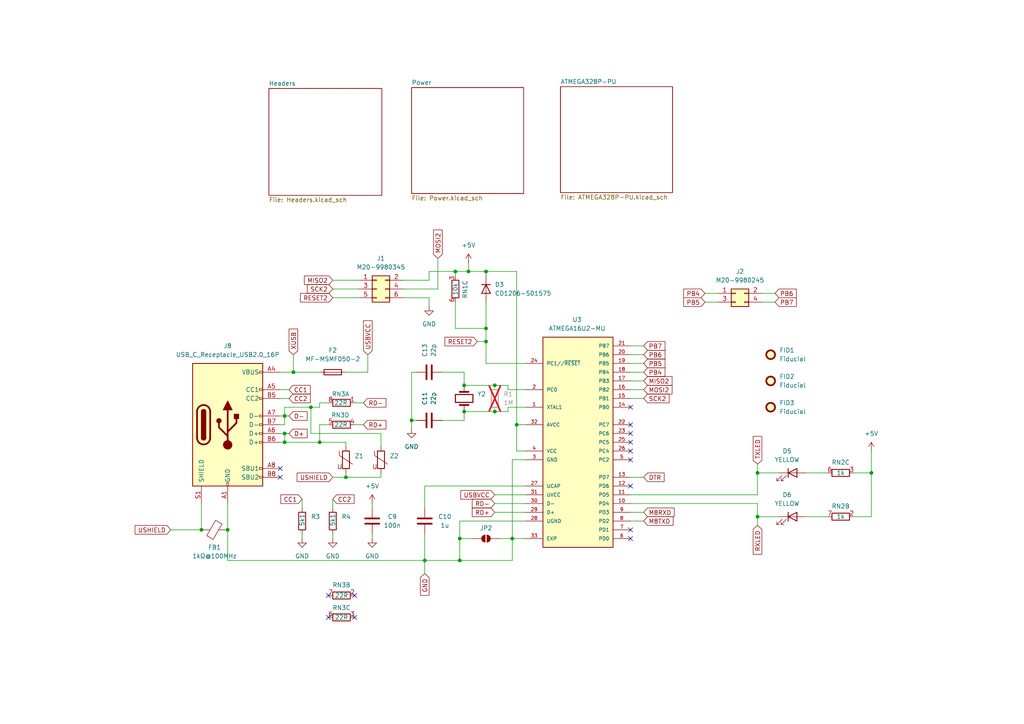
<source format=kicad_sch>
(kicad_sch (version 20231120) (generator "eeschema") (generator_version "8.0")
  (paper "A4")
  (title_block (title "Arduino UNO (Type-C)") (date "2024-04-27") (rev "1") (company "Carlos Sabogal"))
  (lib_symbols
    (symbol "Arduino UNO:ATMEGA16U2-MU" (pin_names (offset 1.016))
      (property "Reference" "U" (at -0.0097 62.0087 0))
      (property "Value" "ATMEGA16U2-MU" (at 0 -2.286 0))
      (symbol "ATMEGA16U2-MU_0_0"
        (rectangle (start 0 60.96) (end 20.32 0) (stroke (width 0.254)) (fill (type background)))
        (pin input line (at -5.08 40.64 0) (length 5.08) (name "XTAL1") (number "1"))
        (pin bidirectional line (at 25.4 12.7 180) (length 5.08) (name "PD4") (number "10"))
        (pin bidirectional line (at 25.4 15.24 180) (length 5.08) (name "PD5") (number "11"))
        (pin bidirectional line (at 25.4 17.78 180) (length 5.08) (name "PD6") (number "12"))
        (pin bidirectional line (at 25.4 20.32 180) (length 5.08) (name "PD7") (number "13"))
        (pin bidirectional line (at 25.4 40.64 180) (length 5.08) (name "PB0") (number "14"))
        (pin bidirectional line (at 25.4 43.18 180) (length 5.08) (name "PB1") (number "15"))
        (pin bidirectional line (at 25.4 45.72 180) (length 5.08) (name "PB2") (number "16"))
        (pin bidirectional line (at 25.4 48.26 180) (length 5.08) (name "PB3") (number "17"))
        (pin bidirectional line (at 25.4 50.8 180) (length 5.08) (name "PB4") (number "18"))
        (pin bidirectional line (at 25.4 53.34 180) (length 5.08) (name "PB5") (number "19"))
        (pin bidirectional line (at -5.08 45.72 0) (length 5.08) (name "PC0") (number "2"))
        (pin bidirectional line (at 25.4 55.88 180) (length 5.08) (name "PB6") (number "20"))
        (pin bidirectional line (at 25.4 58.42 180) (length 5.08) (name "PB7") (number "21"))
        (pin bidirectional line (at 25.4 35.56 180) (length 5.08) (name "PC7") (number "22"))
        (pin bidirectional line (at 25.4 33.02 180) (length 5.08) (name "PC6") (number "23"))
        (pin bidirectional line (at -5.08 53.34 0) (length 5.08) (name "PC1//~{RESET}") (number "24"))
        (pin bidirectional line (at 25.4 30.48 180) (length 5.08) (name "PC5") (number "25"))
        (pin bidirectional line (at 25.4 27.94 180) (length 5.08) (name "PC4") (number "26"))
        (pin output line (at -5.08 17.78 0) (length 5.08) (name "UCAP") (number "27"))
        (pin power_in line (at -5.08 7.62 0) (length 5.08) (name "UGND") (number "28"))
        (pin bidirectional line (at -5.08 10.16 0) (length 5.08) (name "D+") (number "29"))
        (pin power_in line (at -5.08 25.4 0) (length 5.08) (name "GND") (number "3"))
        (pin bidirectional line (at -5.08 12.7 0) (length 5.08) (name "D-") (number "30"))
        (pin power_in line (at -5.08 15.24 0) (length 5.08) (name "UVCC") (number "31"))
        (pin power_in line (at -5.08 35.56 0) (length 5.08) (name "AVCC") (number "32"))
        (pin power_in line (at -5.08 2.54 0) (length 5.08) (name "EXP") (number "33"))
        (pin power_in line (at -5.08 27.94 0) (length 5.08) (name "VCC") (number "4"))
        (pin bidirectional line (at 25.4 25.4 180) (length 5.08) (name "PC2") (number "5"))
        (pin bidirectional line (at 25.4 2.54 180) (length 5.08) (name "PD0") (number "6"))
        (pin bidirectional line (at 25.4 5.08 180) (length 5.08) (name "PD1") (number "7"))
        (pin bidirectional line (at 25.4 7.62 180) (length 5.08) (name "PD2") (number "8"))
        (pin bidirectional line (at 25.4 10.16 180) (length 5.08) (name "PD3") (number "9"))
      )
    )
    (symbol "Connector:USB_C_Receptacle_USB2.0_16P" (pin_names (offset 1.016))
      (property "Reference" "J" (at 0 22.225 0))
      (property "Value" "USB_C_Receptacle_USB2.0_16P" (at 0 19.685 0))
      (symbol "USB_C_Receptacle_USB2.0_16P_0_0"
        (rectangle (start -0.254 -17.78) (end 0.254 -16.764))
        (rectangle (start 10.16 -14.986) (end 9.144 -15.494))
        (rectangle (start 10.16 -12.446) (end 9.144 -12.954))
        (rectangle (start 10.16 -4.826) (end 9.144 -5.334))
        (rectangle (start 10.16 -2.286) (end 9.144 -2.794))
        (rectangle (start 10.16 0.254) (end 9.144 -0.254))
        (rectangle (start 10.16 2.794) (end 9.144 2.286))
        (rectangle (start 10.16 7.874) (end 9.144 7.366))
        (rectangle (start 10.16 10.414) (end 9.144 9.906))
        (rectangle (start 10.16 15.494) (end 9.144 14.986))
      )
      (symbol "USB_C_Receptacle_USB2.0_16P_0_1"
        (rectangle (start -10.16 17.78) (end 10.16 -17.78) (stroke (width 0.254)) (fill (type background)))
        (arc (start -8.89 -3.81) (mid -6.985 -5.7067) (end -5.08 -3.81) (stroke (width 0.508)))
        (arc (start -7.62 -3.81) (mid -6.985 -4.4423) (end -6.35 -3.81) (stroke (width 0.254)))
        (arc (start -7.62 -3.81) (mid -6.985 -4.4423) (end -6.35 -3.81) (stroke (width 0.254)) (fill (type outline)))
        (rectangle (start -7.62 -3.81) (end -6.35 3.81) (stroke (width 0.254)) (fill (type outline)))
        (arc (start -6.35 3.81) (mid -6.985 4.4423) (end -7.62 3.81) (stroke (width 0.254)))
        (arc (start -6.35 3.81) (mid -6.985 4.4423) (end -7.62 3.81) (stroke (width 0.254)) (fill (type outline)))
        (arc (start -5.08 3.81) (mid -6.985 5.7067) (end -8.89 3.81) (stroke (width 0.508)))
        (circle (center -2.54 1.143) (radius 0.635) (stroke (width 0.254)) (fill (type outline)))
        (circle (center 0 -5.842) (radius 1.27) (fill (type outline)))
        (polyline (pts (xy -8.89 -3.81) (xy -8.89 3.81)) (stroke (width 0.508)))
        (polyline (pts (xy -5.08 3.81) (xy -5.08 -3.81)) (stroke (width 0.508)))
        (polyline (pts (xy 0 -5.842) (xy 0 4.318)) (stroke (width 0.508)))
        (polyline (pts (xy 0 -3.302) (xy -2.54 -0.762) (xy -2.54 0.508)) (stroke (width 0.508)))
        (polyline (pts (xy 0 -2.032) (xy 2.54 0.508) (xy 2.54 1.778)) (stroke (width 0.508)))
        (polyline (pts (xy -1.27 4.318) (xy 0 6.858) (xy 1.27 4.318) (xy -1.27 4.318)) (stroke (width 0.254)) (fill (type outline)))
        (rectangle (start 1.905 1.778) (end 3.175 3.048) (stroke (width 0.254)) (fill (type outline)))
      )
      (symbol "USB_C_Receptacle_USB2.0_16P_1_1"
        (pin passive line (at 0 -22.86 90) (length 5.08) (name "GND") (number "A1"))
        (pin passive line (at 0 -22.86 90) (length 5.08) hide (name "GND") (number "A12"))
        (pin passive line (at 15.24 15.24 180) (length 5.08) (name "VBUS") (number "A4"))
        (pin bidirectional line (at 15.24 10.16 180) (length 5.08) (name "CC1") (number "A5"))
        (pin bidirectional line (at 15.24 -2.54 180) (length 5.08) (name "D+") (number "A6"))
        (pin bidirectional line (at 15.24 2.54 180) (length 5.08) (name "D-") (number "A7"))
        (pin bidirectional line (at 15.24 -12.7 180) (length 5.08) (name "SBU1") (number "A8"))
        (pin passive line (at 15.24 15.24 180) (length 5.08) hide (name "VBUS") (number "A9"))
        (pin passive line (at 0 -22.86 90) (length 5.08) hide (name "GND") (number "B1"))
        (pin passive line (at 0 -22.86 90) (length 5.08) hide (name "GND") (number "B12"))
        (pin passive line (at 15.24 15.24 180) (length 5.08) hide (name "VBUS") (number "B4"))
        (pin bidirectional line (at 15.24 7.62 180) (length 5.08) (name "CC2") (number "B5"))
        (pin bidirectional line (at 15.24 -5.08 180) (length 5.08) (name "D+") (number "B6"))
        (pin bidirectional line (at 15.24 0 180) (length 5.08) (name "D-") (number "B7"))
        (pin bidirectional line (at 15.24 -15.24 180) (length 5.08) (name "SBU2") (number "B8"))
        (pin passive line (at 15.24 15.24 180) (length 5.08) hide (name "VBUS") (number "B9"))
        (pin passive line (at -7.62 -22.86 90) (length 5.08) (name "SHIELD") (number "S1"))
      )
    )
    (symbol "Connector_Generic:Conn_02x02_Odd_Even" (pin_names (offset 1.016) hide)
      (property "Reference" "J" (at 1.27 2.54 0))
      (property "Value" "Conn_02x02_Odd_Even" (at 1.27 -5.08 0))
      (symbol "Conn_02x02_Odd_Even_1_1"
        (rectangle (start -1.27 -2.413) (end 0 -2.667) (stroke (width 0.1524)))
        (rectangle (start -1.27 0.127) (end 0 -0.127) (stroke (width 0.1524)))
        (rectangle (start -1.27 1.27) (end 3.81 -3.81) (stroke (width 0.254)) (fill (type background)))
        (rectangle (start 3.81 -2.413) (end 2.54 -2.667) (stroke (width 0.1524)))
        (rectangle (start 3.81 0.127) (end 2.54 -0.127) (stroke (width 0.1524)))
        (pin passive line (at -5.08 0 0) (length 3.81) (name "Pin_1") (number "1"))
        (pin passive line (at 7.62 0 180) (length 3.81) (name "Pin_2") (number "2"))
        (pin passive line (at -5.08 -2.54 0) (length 3.81) (name "Pin_3") (number "3"))
        (pin passive line (at 7.62 -2.54 180) (length 3.81) (name "Pin_4") (number "4"))
      )
    )
    (symbol "Connector_Generic:Conn_02x03_Odd_Even" (pin_names (offset 1.016) hide)
      (property "Reference" "J" (at 1.27 5.08 0))
      (property "Value" "Conn_02x03_Odd_Even" (at 1.27 -5.08 0))
      (symbol "Conn_02x03_Odd_Even_1_1"
        (rectangle (start -1.27 -2.413) (end 0 -2.667) (stroke (width 0.1524)))
        (rectangle (start -1.27 0.127) (end 0 -0.127) (stroke (width 0.1524)))
        (rectangle (start -1.27 2.667) (end 0 2.413) (stroke (width 0.1524)))
        (rectangle (start -1.27 3.81) (end 3.81 -3.81) (stroke (width 0.254)) (fill (type background)))
        (rectangle (start 3.81 -2.413) (end 2.54 -2.667) (stroke (width 0.1524)))
        (rectangle (start 3.81 0.127) (end 2.54 -0.127) (stroke (width 0.1524)))
        (rectangle (start 3.81 2.667) (end 2.54 2.413) (stroke (width 0.1524)))
        (pin passive line (at -5.08 2.54 0) (length 3.81) (name "Pin_1") (number "1"))
        (pin passive line (at 7.62 2.54 180) (length 3.81) (name "Pin_2") (number "2"))
        (pin passive line (at -5.08 0 0) (length 3.81) (name "Pin_3") (number "3"))
        (pin passive line (at 7.62 0 180) (length 3.81) (name "Pin_4") (number "4"))
        (pin passive line (at -5.08 -2.54 0) (length 3.81) (name "Pin_5") (number "5"))
        (pin passive line (at 7.62 -2.54 180) (length 3.81) (name "Pin_6") (number "6"))
      )
    )
    (symbol "Device:C" (pin_numbers hide) (pin_names (offset 0.254))
      (property "Reference" "C" (at 0.635 2.54 0))
      (property "Value" "C" (at 0.635 -2.54 0))
      (symbol "C_0_1"
        (polyline (pts (xy -2.032 -0.762) (xy 2.032 -0.762)) (stroke (width 0.508)))
        (polyline (pts (xy -2.032 0.762) (xy 2.032 0.762)) (stroke (width 0.508)))
      )
      (symbol "C_1_1"
        (pin passive line (at 0 3.81 270) (length 2.794) (name "~") (number "1"))
        (pin passive line (at 0 -3.81 90) (length 2.794) (name "~") (number "2"))
      )
    )
    (symbol "Device:Crystal" (pin_numbers hide) (pin_names (offset 1.016) hide)
      (property "Reference" "Y" (at 0 3.81 0))
      (property "Value" "Crystal" (at 0 -3.81 0))
      (symbol "Crystal_0_1"
        (rectangle (start -1.143 2.54) (end 1.143 -2.54) (stroke (width 0.3048)))
        (polyline (pts (xy -2.54 0) (xy -1.905 0)))
        (polyline (pts (xy -1.905 -1.27) (xy -1.905 1.27)) (stroke (width 0.508)))
        (polyline (pts (xy 1.905 -1.27) (xy 1.905 1.27)) (stroke (width 0.508)))
        (polyline (pts (xy 2.54 0) (xy 1.905 0)))
      )
      (symbol "Crystal_1_1"
        (pin passive line (at -3.81 0 0) (length 1.27) (name "1") (number "1"))
        (pin passive line (at 3.81 0 180) (length 1.27) (name "2") (number "2"))
      )
    )
    (symbol "Device:D" (pin_numbers hide) (pin_names (offset 1.016) hide)
      (property "Reference" "D" (at 0 2.54 0))
      (property "Value" "D" (at 0 -2.54 0))
      (symbol "D_0_1"
        (polyline (pts (xy -1.27 1.27) (xy -1.27 -1.27)) (stroke (width 0.254)))
        (polyline (pts (xy 1.27 0) (xy -1.27 0)))
        (polyline (pts (xy 1.27 1.27) (xy 1.27 -1.27) (xy -1.27 0) (xy 1.27 1.27)) (stroke (width 0.254)))
      )
      (symbol "D_1_1"
        (pin passive line (at -3.81 0 0) (length 2.54) (name "K") (number "1"))
        (pin passive line (at 3.81 0 180) (length 2.54) (name "A") (number "2"))
      )
    )
    (symbol "Device:FerriteBead" (pin_numbers hide) (pin_names (offset 0))
      (property "Reference" "FB" (at -3.81 0.635 90))
      (property "Value" "FerriteBead" (at 3.81 0 90))
      (symbol "FerriteBead_0_1"
        (polyline (pts (xy 0 -1.27) (xy 0 -1.2192)))
        (polyline (pts (xy 0 1.27) (xy 0 1.2954)))
        (polyline (pts (xy -2.7686 0.4064) (xy -1.7018 2.2606) (xy 2.7686 -0.3048) (xy 1.6764 -2.159) (xy -2.7686 0.4064)))
      )
      (symbol "FerriteBead_1_1"
        (pin passive line (at 0 3.81 270) (length 2.54) (name "~") (number "1"))
        (pin passive line (at 0 -3.81 90) (length 2.54) (name "~") (number "2"))
      )
    )
    (symbol "Device:Fuse" (pin_numbers hide) (pin_names (offset 0))
      (property "Reference" "F" (at 2.032 0 90))
      (property "Value" "Fuse" (at -1.905 0 90))
      (symbol "Fuse_0_1"
        (rectangle (start -0.762 -2.54) (end 0.762 2.54) (stroke (width 0.254)))
        (polyline (pts (xy 0 2.54) (xy 0 -2.54)))
      )
      (symbol "Fuse_1_1"
        (pin passive line (at 0 3.81 270) (length 1.27) (name "~") (number "1"))
        (pin passive line (at 0 -3.81 90) (length 1.27) (name "~") (number "2"))
      )
    )
    (symbol "Device:LED" (pin_numbers hide) (pin_names (offset 1.016) hide)
      (property "Reference" "D" (at 0 2.54 0))
      (property "Value" "LED" (at 0 -2.54 0))
      (symbol "LED_0_1"
        (polyline (pts (xy -1.27 -1.27) (xy -1.27 1.27)) (stroke (width 0.254)))
        (polyline (pts (xy -1.27 0) (xy 1.27 0)))
        (polyline (pts (xy 1.27 -1.27) (xy 1.27 1.27) (xy -1.27 0) (xy 1.27 -1.27)) (stroke (width 0.254)))
        (polyline (pts (xy -3.048 -0.762) (xy -4.572 -2.286) (xy -3.81 -2.286) (xy -4.572 -2.286) (xy -4.572 -1.524)))
        (polyline (pts (xy -1.778 -0.762) (xy -3.302 -2.286) (xy -2.54 -2.286) (xy -3.302 -2.286) (xy -3.302 -1.524)))
      )
      (symbol "LED_1_1"
        (pin passive line (at -3.81 0 0) (length 2.54) (name "K") (number "1"))
        (pin passive line (at 3.81 0 180) (length 2.54) (name "A") (number "2"))
      )
    )
    (symbol "Device:R" (pin_numbers hide) (pin_names (offset 0))
      (property "Reference" "R" (at 2.032 0 90))
      (property "Value" "R" (at 0 0 90))
      (symbol "R_0_1"
        (rectangle (start -1.016 -2.54) (end 1.016 2.54) (stroke (width 0.254)))
      )
      (symbol "R_1_1"
        (pin passive line (at 0 3.81 270) (length 1.27) (name "~") (number "1"))
        (pin passive line (at 0 -3.81 90) (length 1.27) (name "~") (number "2"))
      )
    )
    (symbol "Device:R_Pack04_Split" (pin_names (offset 0) hide)
      (property "Reference" "RN" (at 2.032 0 90))
      (property "Value" "R_Pack04_Split" (at 0 0 90))
      (symbol "R_Pack04_Split_0_1"
        (rectangle (start 1.016 2.54) (end -1.016 -2.54) (stroke (width 0.254)))
      )
      (symbol "R_Pack04_Split_1_1"
        (pin passive line (at 0 -3.81 90) (length 1.27) (name "R1.1") (number "1"))
        (pin passive line (at 0 3.81 270) (length 1.27) (name "R1.2") (number "8"))
      )
      (symbol "R_Pack04_Split_2_1"
        (pin passive line (at 0 -3.81 90) (length 1.27) (name "R2.1") (number "2"))
        (pin passive line (at 0 3.81 270) (length 1.27) (name "R2.2") (number "7"))
      )
      (symbol "R_Pack04_Split_3_1"
        (pin passive line (at 0 -3.81 90) (length 1.27) (name "R3.1") (number "3"))
        (pin passive line (at 0 3.81 270) (length 1.27) (name "R3.2") (number "6"))
      )
      (symbol "R_Pack04_Split_4_1"
        (pin passive line (at 0 -3.81 90) (length 1.27) (name "R4.1") (number "4"))
        (pin passive line (at 0 3.81 270) (length 1.27) (name "R4.2") (number "5"))
      )
    )
    (symbol "Device:Varistor" (pin_numbers hide) (pin_names (offset 0))
      (property "Reference" "RV" (at 3.175 0 90))
      (property "Value" "Varistor" (at -3.175 0 90))
      (symbol "Varistor_0_0"
        (text "U" (at -1.778 -2.032 0) (effects (font (size 1.27 1.27))))
      )
      (symbol "Varistor_0_1"
        (rectangle (start -1.016 -2.54) (end 1.016 2.54) (stroke (width 0.254)))
        (polyline (pts (xy -1.905 2.54) (xy -1.905 1.27) (xy 1.905 -1.27)))
      )
      (symbol "Varistor_1_1"
        (pin passive line (at 0 3.81 270) (length 1.27) (name "~") (number "1"))
        (pin passive line (at 0 -3.81 90) (length 1.27) (name "~") (number "2"))
      )
    )
    (symbol "Jumper:SolderJumper_2_Open" (pin_numbers hide) (pin_names (offset 0) hide) (exclude_from_sim yes) (in_bom no)
      (property "Reference" "JP" (at 0 2.032 0))
      (property "Value" "SolderJumper_2_Open" (at 0 -2.54 0))
      (symbol "SolderJumper_2_Open_0_1"
        (arc (start -0.254 1.016) (mid -1.2656 0) (end -0.254 -1.016))
        (arc (start -0.254 1.016) (mid -1.2656 0) (end -0.254 -1.016) (fill (type outline)))
        (polyline (pts (xy -0.254 1.016) (xy -0.254 -1.016)))
        (polyline (pts (xy 0.254 1.016) (xy 0.254 -1.016)))
        (arc (start 0.254 -1.016) (mid 1.2656 0) (end 0.254 1.016))
        (arc (start 0.254 -1.016) (mid 1.2656 0) (end 0.254 1.016) (fill (type outline)))
      )
      (symbol "SolderJumper_2_Open_1_1"
        (pin passive line (at -3.81 0 0) (length 2.54) (name "A") (number "1"))
        (pin passive line (at 3.81 0 180) (length 2.54) (name "B") (number "2"))
      )
    )
    (symbol "Mechanical:Fiducial" (exclude_from_sim yes) (in_bom no)
      (property "Reference" "FID" (at 0 5.08 0))
      (property "Value" "Fiducial" (at 0 3.175 0))
      (symbol "Fiducial_0_1"
        (circle (center 0 0) (radius 1.27) (stroke (width 0.508)) (fill (type background)))
      )
    )
    (symbol "power:+5V" (power) (pin_numbers hide) (pin_names (offset 0) hide)
      (property "Value" "+5V" (at 0 3.556 0))
      (symbol "+5V_0_1"
        (polyline (pts (xy -0.762 1.27) (xy 0 2.54)))
        (polyline (pts (xy 0 0) (xy 0 2.54)))
        (polyline (pts (xy 0 2.54) (xy 0.762 1.27)))
      )
      (symbol "+5V_1_1"
        (pin power_in line (at 0 0 90) (length 0) (name "~") (number "1"))
      )
    )
    (symbol "power:GND" (power) (pin_numbers hide) (pin_names (offset 0) hide)
      (property "Value" "GND" (at 0 -3.81 0))
      (symbol "GND_0_1"
        (polyline (pts (xy 0 0) (xy 0 -1.27) (xy 1.27 -1.27) (xy 0 -2.54) (xy -1.27 -1.27) (xy 0 -1.27)))
      )
      (symbol "GND_1_1"
        (pin power_in line (at 0 0 270) (length 0) (name "~") (number "1"))
      )
    )
  )
  (junction (at 219.71 137.16))
  (junction (at 66.04 153.67))
  (junction (at 85.09 107.95))
  (junction (at 143.51 111.76))
  (junction (at 92.71 128.27))
  (junction (at 140.97 78.74))
  (junction (at 143.51 119.38))
  (junction (at 123.19 162.56))
  (junction (at 140.97 95.25))
  (junction (at 82.55 128.27))
  (junction (at 252.73 137.16))
  (junction (at 82.55 125.73))
  (junction (at 134.62 111.76))
  (junction (at 90.17 118.11))
  (junction (at 148.59 156.21))
  (junction (at 58.42 153.67))
  (junction (at 149.86 123.19))
  (junction (at 219.71 149.86))
  (junction (at 119.38 121.92))
  (junction (at 132.08 78.74))
  (junction (at 134.62 119.38))
  (junction (at 133.35 156.21))
  (junction (at 140.97 99.06))
  (junction (at 82.55 120.65))
  (junction (at 133.35 162.56))
  (junction (at 135.89 78.74))
  (junction (at 100.33 138.43))
  (no_connect (at 182.88 140.97))
  (no_connect (at 182.88 125.73))
  (no_connect (at 182.88 118.11))
  (no_connect (at 81.28 135.89))
  (no_connect (at 102.87 172.72))
  (no_connect (at 182.88 153.67))
  (no_connect (at 95.25 172.72))
  (no_connect (at 81.28 138.43))
  (no_connect (at 95.25 179.07))
  (no_connect (at 182.88 128.27))
  (no_connect (at 102.87 179.07))
  (no_connect (at 182.88 133.35))
  (no_connect (at 182.88 130.81))
  (no_connect (at 182.88 156.21))
  (no_connect (at 182.88 123.19))
  (wire (pts (xy 123.19 140.97) (xy 123.19 147.32)))
  (wire (pts (xy 95.25 123.19) (xy 92.71 123.19)))
  (wire (pts (xy 143.51 148.59) (xy 152.4 148.59)))
  (wire (pts (xy 134.62 111.76) (xy 143.51 111.76)))
  (wire (pts (xy 219.71 149.86) (xy 226.06 149.86)))
  (wire (pts (xy 133.35 156.21) (xy 137.16 156.21)))
  (wire (pts (xy 140.97 99.06) (xy 140.97 95.25)))
  (wire (pts (xy 149.86 123.19) (xy 149.86 130.81)))
  (wire (pts (xy 149.86 78.74) (xy 140.97 78.74)))
  (wire (pts (xy 186.69 107.95) (xy 182.88 107.95)))
  (wire (pts (xy 135.89 76.2) (xy 135.89 78.74)))
  (wire (pts (xy 132.08 80.01) (xy 132.08 78.74)))
  (wire (pts (xy 82.55 120.65) (xy 81.28 120.65)))
  (wire (pts (xy 119.38 107.95) (xy 120.65 107.95)))
  (wire (pts (xy 186.69 110.49) (xy 182.88 110.49)))
  (wire (pts (xy 100.33 137.16) (xy 100.33 138.43)))
  (wire (pts (xy 87.63 156.21) (xy 87.63 154.94)))
  (wire (pts (xy 81.28 123.19) (xy 82.55 123.19)))
  (wire (pts (xy 133.35 156.21) (xy 133.35 162.56)))
  (wire (pts (xy 92.71 118.11) (xy 90.17 118.11)))
  (wire (pts (xy 105.41 116.84) (xy 102.87 116.84)))
  (wire (pts (xy 186.69 115.57) (xy 182.88 115.57)))
  (wire (pts (xy 140.97 78.74) (xy 135.89 78.74)))
  (wire (pts (xy 224.79 87.63) (xy 220.98 87.63)))
  (wire (pts (xy 132.08 87.63) (xy 132.08 95.25)))
  (wire (pts (xy 110.49 138.43) (xy 110.49 137.16)))
  (wire (pts (xy 92.71 123.19) (xy 92.71 128.27)))
  (wire (pts (xy 82.55 123.19) (xy 82.55 120.65)))
  (wire (pts (xy 49.53 153.67) (xy 58.42 153.67)))
  (wire (pts (xy 124.46 86.36) (xy 124.46 88.9)))
  (wire (pts (xy 252.73 137.16) (xy 252.73 149.86)))
  (wire (pts (xy 252.73 130.81) (xy 252.73 137.16)))
  (wire (pts (xy 100.33 138.43) (xy 110.49 138.43)))
  (wire (pts (xy 110.49 129.54) (xy 110.49 125.73)))
  (wire (pts (xy 81.28 128.27) (xy 82.55 128.27)))
  (wire (pts (xy 82.55 128.27) (xy 82.55 125.73)))
  (wire (pts (xy 252.73 149.86) (xy 247.65 149.86)))
  (wire (pts (xy 148.59 156.21) (xy 152.4 156.21)))
  (wire (pts (xy 116.84 86.36) (xy 124.46 86.36)))
  (wire (pts (xy 149.86 123.19) (xy 152.4 123.19)))
  (wire (pts (xy 143.51 143.51) (xy 152.4 143.51)))
  (wire (pts (xy 92.71 116.84) (xy 95.25 116.84)))
  (wire (pts (xy 123.19 166.37) (xy 123.19 162.56)))
  (wire (pts (xy 90.17 118.11) (xy 82.55 118.11)))
  (wire (pts (xy 144.78 156.21) (xy 148.59 156.21)))
  (wire (pts (xy 105.41 123.19) (xy 102.87 123.19)))
  (wire (pts (xy 182.88 143.51) (xy 219.71 143.51)))
  (wire (pts (xy 123.19 162.56) (xy 123.19 154.94)))
  (wire (pts (xy 186.69 148.59) (xy 182.88 148.59)))
  (wire (pts (xy 133.35 151.13) (xy 133.35 156.21)))
  (wire (pts (xy 219.71 137.16) (xy 226.06 137.16)))
  (wire (pts (xy 116.84 81.28) (xy 124.46 81.28)))
  (wire (pts (xy 219.71 137.16) (xy 219.71 134.62)))
  (wire (pts (xy 82.55 118.11) (xy 82.55 120.65)))
  (wire (pts (xy 152.4 133.35) (xy 148.59 133.35)))
  (wire (pts (xy 85.09 107.95) (xy 81.28 107.95)))
  (wire (pts (xy 87.63 144.78) (xy 87.63 147.32)))
  (wire (pts (xy 134.62 119.38) (xy 143.51 119.38)))
  (wire (pts (xy 96.52 81.28) (xy 104.14 81.28)))
  (wire (pts (xy 233.68 137.16) (xy 240.03 137.16)))
  (wire (pts (xy 208.28 87.63) (xy 204.47 87.63)))
  (wire (pts (xy 152.4 151.13) (xy 133.35 151.13)))
  (wire (pts (xy 233.68 149.86) (xy 240.03 149.86)))
  (wire (pts (xy 143.51 146.05) (xy 152.4 146.05)))
  (wire (pts (xy 124.46 78.74) (xy 124.46 81.28)))
  (wire (pts (xy 182.88 146.05) (xy 219.71 146.05)))
  (wire (pts (xy 140.97 87.63) (xy 140.97 95.25)))
  (wire (pts (xy 96.52 144.78) (xy 96.52 147.32)))
  (wire (pts (xy 134.62 111.76) (xy 134.62 107.95)))
  (wire (pts (xy 132.08 95.25) (xy 140.97 95.25)))
  (wire (pts (xy 124.46 78.74) (xy 132.08 78.74)))
  (wire (pts (xy 96.52 138.43) (xy 100.33 138.43)))
  (wire (pts (xy 107.95 156.21) (xy 107.95 154.94)))
  (wire (pts (xy 96.52 156.21) (xy 96.52 154.94)))
  (wire (pts (xy 100.33 128.27) (xy 92.71 128.27)))
  (wire (pts (xy 219.71 143.51) (xy 219.71 137.16)))
  (wire (pts (xy 152.4 118.11) (xy 147.32 118.11)))
  (wire (pts (xy 186.69 100.33) (xy 182.88 100.33)))
  (wire (pts (xy 127 74.93) (xy 127 83.82)))
  (wire (pts (xy 83.82 120.65) (xy 82.55 120.65)))
  (wire (pts (xy 85.09 107.95) (xy 92.71 107.95)))
  (wire (pts (xy 140.97 105.41) (xy 140.97 99.06)))
  (wire (pts (xy 219.71 146.05) (xy 219.71 149.86)))
  (wire (pts (xy 66.04 162.56) (xy 123.19 162.56)))
  (wire (pts (xy 148.59 162.56) (xy 148.59 156.21)))
  (wire (pts (xy 96.52 86.36) (xy 104.14 86.36)))
  (wire (pts (xy 224.79 85.09) (xy 220.98 85.09)))
  (wire (pts (xy 148.59 133.35) (xy 148.59 156.21)))
  (wire (pts (xy 106.68 102.87) (xy 106.68 107.95)))
  (wire (pts (xy 186.69 138.43) (xy 182.88 138.43)))
  (wire (pts (xy 119.38 107.95) (xy 119.38 121.92)))
  (wire (pts (xy 134.62 107.95) (xy 128.27 107.95)))
  (wire (pts (xy 147.32 118.11) (xy 147.32 119.38)))
  (wire (pts (xy 85.09 102.87) (xy 85.09 107.95)))
  (wire (pts (xy 100.33 128.27) (xy 100.33 129.54)))
  (wire (pts (xy 90.17 125.73) (xy 110.49 125.73)))
  (wire (pts (xy 128.27 121.92) (xy 134.62 121.92)))
  (wire (pts (xy 152.4 105.41) (xy 140.97 105.41)))
  (wire (pts (xy 119.38 121.92) (xy 120.65 121.92)))
  (wire (pts (xy 92.71 128.27) (xy 82.55 128.27)))
  (wire (pts (xy 147.32 113.03) (xy 147.32 111.76)))
  (wire (pts (xy 140.97 80.01) (xy 140.97 78.74)))
  (wire (pts (xy 133.35 162.56) (xy 123.19 162.56)))
  (wire (pts (xy 66.04 146.05) (xy 66.04 153.67)))
  (wire (pts (xy 92.71 116.84) (xy 92.71 118.11)))
  (wire (pts (xy 90.17 125.73) (xy 90.17 118.11)))
  (wire (pts (xy 138.43 99.06) (xy 140.97 99.06)))
  (wire (pts (xy 134.62 121.92) (xy 134.62 119.38)))
  (wire (pts (xy 66.04 153.67) (xy 66.04 162.56)))
  (wire (pts (xy 100.33 107.95) (xy 106.68 107.95)))
  (wire (pts (xy 133.35 162.56) (xy 148.59 162.56)))
  (wire (pts (xy 219.71 149.86) (xy 219.71 152.4)))
  (wire (pts (xy 107.95 146.05) (xy 107.95 147.32)))
  (wire (pts (xy 186.69 113.03) (xy 182.88 113.03)))
  (wire (pts (xy 83.82 125.73) (xy 82.55 125.73)))
  (wire (pts (xy 135.89 78.74) (xy 132.08 78.74)))
  (wire (pts (xy 83.82 115.57) (xy 81.28 115.57)))
  (wire (pts (xy 58.42 146.05) (xy 58.42 153.67)))
  (wire (pts (xy 149.86 78.74) (xy 149.86 123.19)))
  (wire (pts (xy 119.38 124.46) (xy 119.38 121.92)))
  (wire (pts (xy 143.51 111.76) (xy 147.32 111.76)))
  (wire (pts (xy 247.65 137.16) (xy 252.73 137.16)))
  (wire (pts (xy 152.4 140.97) (xy 123.19 140.97)))
  (wire (pts (xy 116.84 83.82) (xy 127 83.82)))
  (wire (pts (xy 96.52 83.82) (xy 104.14 83.82)))
  (wire (pts (xy 82.55 125.73) (xy 81.28 125.73)))
  (wire (pts (xy 186.69 151.13) (xy 182.88 151.13)))
  (wire (pts (xy 83.82 113.03) (xy 81.28 113.03)))
  (wire (pts (xy 186.69 102.87) (xy 182.88 102.87)))
  (wire (pts (xy 149.86 130.81) (xy 152.4 130.81)))
  (wire (pts (xy 152.4 113.03) (xy 147.32 113.03)))
  (wire (pts (xy 204.47 85.09) (xy 208.28 85.09)))
  (wire (pts (xy 186.69 105.41) (xy 182.88 105.41)))
  (wire (pts (xy 143.51 119.38) (xy 147.32 119.38)))
  (global_label "TXLED" (shape input) (at 219.71 134.62 90) (property "Intersheetrefs" "${INTERSHEET_REFS}" (effects (hide yes))))
  (global_label "SCK2" (shape input) (at 186.69 115.57 0) (property "Intersheetrefs" "${INTERSHEET_REFS}" (effects (hide yes))))
  (global_label "RD+" (shape input) (at 143.51 148.59 180) (property "Intersheetrefs" "${INTERSHEET_REFS}" (effects (hide yes))))
  (global_label "RESET2" (shape input) (at 96.52 86.36 180) (property "Intersheetrefs" "${INTERSHEET_REFS}" (effects (hide yes))))
  (global_label "XUSB" (shape input) (at 85.09 102.87 90) (property "Intersheetrefs" "${INTERSHEET_REFS}" (effects (hide yes))))
  (global_label "D+" (shape input) (at 83.82 125.73 0) (property "Intersheetrefs" "${INTERSHEET_REFS}" (effects (hide yes))))
  (global_label "RESET2" (shape input) (at 138.43 99.06 180) (property "Intersheetrefs" "${INTERSHEET_REFS}" (effects (hide yes))))
  (global_label "USBVCC" (shape input) (at 106.68 102.87 90) (property "Intersheetrefs" "${INTERSHEET_REFS}" (effects (hide yes))))
  (global_label "USBVCC" (shape input) (at 143.51 143.51 180) (property "Intersheetrefs" "${INTERSHEET_REFS}" (effects (hide yes))))
  (global_label "RD-" (shape input) (at 143.51 146.05 180) (property "Intersheetrefs" "${INTERSHEET_REFS}" (effects (hide yes))))
  (global_label "RD-" (shape input) (at 105.41 116.84 0) (property "Intersheetrefs" "${INTERSHEET_REFS}" (effects (hide yes))))
  (global_label "MOSI2" (shape input) (at 186.69 113.03 0) (property "Intersheetrefs" "${INTERSHEET_REFS}" (effects (hide yes))))
  (global_label "MISO2" (shape input) (at 186.69 110.49 0) (property "Intersheetrefs" "${INTERSHEET_REFS}" (effects (hide yes))))
  (global_label "RD+" (shape input) (at 105.41 123.19 0) (property "Intersheetrefs" "${INTERSHEET_REFS}" (effects (hide yes))))
  (global_label "CC1" (shape input) (at 83.82 113.03 0) (property "Intersheetrefs" "${INTERSHEET_REFS}" (effects (hide yes))))
  (global_label "PB7" (shape input) (at 224.79 87.63 0) (property "Intersheetrefs" "${INTERSHEET_REFS}" (effects (hide yes))))
  (global_label "SCK2" (shape input) (at 96.52 83.82 180) (property "Intersheetrefs" "${INTERSHEET_REFS}" (effects (hide yes))))
  (global_label "RXLED" (shape input) (at 219.71 152.4 270) (property "Intersheetrefs" "${INTERSHEET_REFS}" (effects (hide yes))))
  (global_label "PB7" (shape input) (at 186.69 100.33 0) (property "Intersheetrefs" "${INTERSHEET_REFS}" (effects (hide yes))))
  (global_label "GND" (shape input) (at 123.19 166.37 270) (property "Intersheetrefs" "${INTERSHEET_REFS}" (effects (hide yes))))
  (global_label "USHIELD" (shape input) (at 49.53 153.67 180) (property "Intersheetrefs" "${INTERSHEET_REFS}" (effects (hide yes))))
  (global_label "USHIELD" (shape input) (at 96.52 138.43 180) (property "Intersheetrefs" "${INTERSHEET_REFS}" (effects (hide yes))))
  (global_label "CC1" (shape input) (at 87.63 144.78 180) (property "Intersheetrefs" "${INTERSHEET_REFS}" (effects (hide yes))))
  (global_label "PB4" (shape input) (at 186.69 107.95 0) (property "Intersheetrefs" "${INTERSHEET_REFS}" (effects (hide yes))))
  (global_label "M8RXD" (shape input) (at 186.69 148.59 0) (property "Intersheetrefs" "${INTERSHEET_REFS}" (effects (hide yes))))
  (global_label "M8TXD" (shape input) (at 186.69 151.13 0) (property "Intersheetrefs" "${INTERSHEET_REFS}" (effects (hide yes))))
  (global_label "PB6" (shape input) (at 224.79 85.09 0) (property "Intersheetrefs" "${INTERSHEET_REFS}" (effects (hide yes))))
  (global_label "PB6" (shape input) (at 186.69 102.87 0) (property "Intersheetrefs" "${INTERSHEET_REFS}" (effects (hide yes))))
  (global_label "D-" (shape input) (at 83.82 120.65 0) (property "Intersheetrefs" "${INTERSHEET_REFS}" (effects (hide yes))))
  (global_label "PB5" (shape input) (at 204.47 87.63 180) (property "Intersheetrefs" "${INTERSHEET_REFS}" (effects (hide yes))))
  (global_label "PB4" (shape input) (at 204.47 85.09 180) (property "Intersheetrefs" "${INTERSHEET_REFS}" (effects (hide yes))))
  (global_label "MOSI2" (shape input) (at 127 74.93 90) (property "Intersheetrefs" "${INTERSHEET_REFS}" (effects (hide yes))))
  (global_label "DTR" (shape input) (at 186.69 138.43 0) (property "Intersheetrefs" "${INTERSHEET_REFS}" (effects (hide yes))))
  (global_label "CC2" (shape input) (at 96.52 144.78 0) (property "Intersheetrefs" "${INTERSHEET_REFS}" (effects (hide yes))))
  (global_label "PB5" (shape input) (at 186.69 105.41 0) (property "Intersheetrefs" "${INTERSHEET_REFS}" (effects (hide yes))))
  (global_label "CC2" (shape input) (at 83.82 115.57 0) (property "Intersheetrefs" "${INTERSHEET_REFS}" (effects (hide yes))))
  (global_label "MISO2" (shape input) (at 96.52 81.28 180) (property "Intersheetrefs" "${INTERSHEET_REFS}" (effects (hide yes))))
  (symbol (lib_id "Connector:USB_C_Receptacle_USB2.0_16P") (at 66.04 123.19 0) (unit 1)
    (property "Reference" "J8" (at 66.04 100.33 0))
    (property "Value" "USB_C_Receptacle_USB2.0_16P" (at 66.04 102.87 0))
    (property "Footprint" "Connector_USB:USB_C_Receptacle_GCT_USB4105-xx-A_16P_TopMnt_Horizontal" (effects (hide yes)))
    (property "Datasheet" "https://www.usb.org/sites/default/files/documents/usb_type-c.zip" (effects (hide yes)))
    (property "Description" "USB 2.0-only 16P Type-C Receptacle connector" (effects (hide yes)))
  )
  (symbol (lib_id "power:+5V") (at 135.89 76.2 0) (unit 1)
    (property "Reference" "#PWR025" (effects (hide yes)))
    (property "Value" "+5V" (at 135.89 71.12 0))
    (property "Description" "Power symbol creates a global label with name \"+5V\"" (effects (hide yes)))
  )
  (symbol (lib_id "Mechanical:Fiducial") (at 223.52 118.11 0) (unit 1) (exclude_from_sim yes) (in_bom no)
    (property "Reference" "FID3" (at 226.06 116.8399 0) (effects (justify left)))
    (property "Value" "Fiducial" (at 226.06 119.3799 0) (effects (justify left)))
    (property "Footprint" "Fiducial:Fiducial_1mm_Mask3mm" (effects (hide yes)))
    (property "Description" "Fiducial Marker" (effects (hide yes)))
  )
  (symbol (lib_id "power:GND") (at 119.38 124.46 0) (unit 1)
    (property "Reference" "#PWR027" (effects (hide yes)))
    (property "Value" "GND" (at 119.38 129.54 0))
    (property "Description" "Power symbol creates a global label with name \"GND\" , ground" (effects (hide yes)))
  )
  (symbol (lib_id "Device:C") (at 124.46 107.95 270) (unit 1)
    (property "Reference" "C13" (at 123.19 101.6 0))
    (property "Value" "22p" (at 125.73 101.6 0))
    (property "Footprint" "Capacitor_SMD:C_0603_1608Metric" (effects (hide yes)))
    (property "Description" "Unpolarized capacitor" (effects (hide yes)))
  )
  (symbol (lib_id "power:GND") (at 107.95 156.21 0) (unit 1)
    (property "Reference" "#PWR018" (effects (hide yes)))
    (property "Value" "GND" (at 107.95 161.29 0))
    (property "Description" "Power symbol creates a global label with name \"GND\" , ground" (effects (hide yes)))
  )
  (symbol (lib_id "Device:R") (at 96.52 151.13 0) (unit 1)
    (property "Reference" "R4" (at 99.06 149.8599 0) (effects (justify left)))
    (property "Value" "5k1" (at 96.52 152.654 90) (effects (justify left)))
    (property "Footprint" "Resistor_SMD:R_0603_1608Metric" (effects (hide yes)))
    (property "Description" "Resistor" (effects (hide yes)))
  )
  (symbol (lib_id "Connector_Generic:Conn_02x03_Odd_Even") (at 109.22 83.82 0) (unit 1)
    (property "Reference" "J1" (at 110.49 74.93 0))
    (property "Value" "M20-9980345" (at 110.49 77.47 0))
    (property "Footprint" "Connector_PinHeader_2.54mm:PinHeader_2x03_P2.54mm_Vertical" (effects (hide yes)))
    (property "Description" "Generic connector, double row, 02x03, odd/even pin numbering scheme (row 1 odd numbers, row 2 even numbers), script generated (kicad-library-utils/schlib/autogen/connector/)" (effects (hide yes)))
  )
  (symbol (lib_id "Device:D") (at 140.97 83.82 270) (unit 1)
    (property "Reference" "D3" (at 143.51 82.5499 90) (effects (justify left)))
    (property "Value" "CD1206-S01575" (at 143.51 85.0899 90) (effects (justify left)))
    (property "Footprint" "Diode_SMD:D_1206_3216Metric" (effects (hide yes)))
    (property "Description" "Diode" (effects (hide yes)))
    (property "Sim.Device" "D" (effects (hide yes)))
    (property "Sim.Pins" "1=K 2=A" (effects (hide yes)))
  )
  (symbol (lib_id "Jumper:SolderJumper_2_Open") (at 140.97 156.21 180) (unit 1) (exclude_from_sim yes) (in_bom no)
    (property "Reference" "JP2" (at 140.97 153.162 0))
    (property "Value" "SolderJumper_2_Open" (effects (hide yes)))
    (property "Footprint" "Jumper:SolderJumper-2_P1.3mm_Open_Pad1.0x1.5mm" (effects (hide yes)))
    (property "Description" "Solder Jumper, 2-pole, open" (effects (hide yes)))
  )
  (symbol (lib_id "Device:R_Pack04_Split") (at 132.08 83.82 180) (unit 3)
    (property "Reference" "RN1" (at 134.874 81.28 90) (effects (justify left)))
    (property "Value" "10k" (at 132.08 82.042 90) (effects (justify left)))
    (property "Footprint" "Resistor_SMD:R_Array_Convex_4x0603" (effects (hide yes)))
    (property "Description" "4 resistor network, parallel topology, split" (effects (hide yes)))
  )
  (symbol (lib_id "Mechanical:Fiducial") (at 223.52 102.87 0) (unit 1) (exclude_from_sim yes) (in_bom no)
    (property "Reference" "FID1" (at 226.06 101.5999 0) (effects (justify left)))
    (property "Value" "Fiducial" (at 226.06 104.1399 0) (effects (justify left)))
    (property "Footprint" "Fiducial:Fiducial_1mm_Mask3mm" (effects (hide yes)))
    (property "Description" "Fiducial Marker" (effects (hide yes)))
  )
  (symbol (lib_id "Arduino UNO:ATMEGA16U2-MU") (at 157.48 158.75 0) (unit 1)
    (property "Reference" "U3" (at 167.386 92.71 0))
    (property "Value" "ATMEGA16U2-MU" (at 167.386 95.25 0))
    (property "Footprint" "Package_DFN_QFN:VQFN-32-1EP_5x5mm_P0.5mm_EP3.1x3.1mm" (effects (hide yes)))
    (property "MANUFACTURER" "Atmel" (effects (hide yes)))
  )
  (symbol (lib_id "Device:R_Pack04_Split") (at 243.84 137.16 90) (unit 3)
    (property "Reference" "RN2" (at 243.84 134.112 90))
    (property "Value" "1k" (at 243.84 137.16 90))
    (property "Footprint" "Resistor_SMD:R_Array_Convex_4x0603" (effects (hide yes)))
    (property "Description" "4 resistor network, parallel topology, split" (effects (hide yes)))
  )
  (symbol (lib_id "Device:R_Pack04_Split") (at 99.06 172.72 90) (unit 2)
    (property "Reference" "RN3" (at 99.06 169.672 90))
    (property "Value" "22R" (at 99.06 172.72 90))
    (property "Footprint" "Resistor_SMD:R_Array_Convex_4x0603" (effects (hide yes)))
    (property "Description" "4 resistor network, parallel topology, split" (effects (hide yes)))
  )
  (symbol (lib_id "power:+5V") (at 107.95 146.05 0) (unit 1)
    (property "Reference" "#PWR023" (effects (hide yes)))
    (property "Value" "+5V" (at 107.95 140.97 0))
    (property "Description" "Power symbol creates a global label with name \"+5V\"" (effects (hide yes)))
  )
  (symbol (lib_id "Device:Varistor") (at 110.49 133.35 0) (unit 1)
    (property "Reference" "Z2" (at 113.03 132.2732 0) (effects (justify left)))
    (property "Value" "5pF@1MHz" (effects (hide yes)))
    (property "Footprint" "Resistor_SMD:R_0603_1608Metric" (effects (hide yes)))
    (property "Datasheet" "https://bourns.com/docs/product-datasheets/cga-mlc.pdf" (effects (hide yes)))
    (property "Description" "Voltage dependent resistor" (effects (hide yes)))
    (property "Sim.Name" "kicad_builtin_varistor" (effects (hide yes)))
    (property "Sim.Device" "SUBCKT" (effects (hide yes)))
    (property "Sim.Pins" "1=A 2=B" (effects (hide yes)))
    (property "Sim.Params" "threshold=1k" (effects (hide yes)))
    (property "Sim.Library" "${KICAD7_SYMBOL_DIR}/Simulation_SPICE.sp" (effects (hide yes)))
  )
  (symbol (lib_id "power:GND") (at 96.52 156.21 0) (unit 1)
    (property "Reference" "#PWR022" (effects (hide yes)))
    (property "Value" "GND" (at 96.52 161.29 0))
    (property "Description" "Power symbol creates a global label with name \"GND\" , ground" (effects (hide yes)))
  )
  (symbol (lib_id "Device:LED") (at 229.87 149.86 0) (unit 1)
    (property "Reference" "D6" (at 228.2825 143.51 0))
    (property "Value" "YELLOW" (at 228.2825 146.05 0))
    (property "Footprint" "LED_SMD:LED_0805_2012Metric" (effects (hide yes)))
    (property "Description" "Light emitting diode" (effects (hide yes)))
  )
  (symbol (lib_id "Device:R_Pack04_Split") (at 99.06 123.19 90) (unit 4)
    (property "Reference" "RN3" (at 101.346 120.396 90) (effects (justify left)))
    (property "Value" "22R" (at 100.838 123.19 90) (effects (justify left)))
    (property "Footprint" "Resistor_SMD:R_Array_Convex_4x0603" (effects (hide yes)))
    (property "Description" "4 resistor network, parallel topology, split" (effects (hide yes)))
  )
  (symbol (lib_id "power:GND") (at 87.63 156.21 0) (unit 1)
    (property "Reference" "#PWR029" (effects (hide yes)))
    (property "Value" "GND" (at 87.63 161.29 0))
    (property "Description" "Power symbol creates a global label with name \"GND\" , ground" (effects (hide yes)))
  )
  (symbol (lib_id "Device:R") (at 87.63 151.13 0) (unit 1)
    (property "Reference" "R3" (at 90.17 149.8599 0) (effects (justify left)))
    (property "Value" "5k1" (at 87.63 152.654 90) (effects (justify left)))
    (property "Footprint" "Resistor_SMD:R_0603_1608Metric" (effects (hide yes)))
    (property "Description" "Resistor" (effects (hide yes)))
  )
  (symbol (lib_id "Device:R_Pack04_Split") (at 243.84 149.86 90) (unit 2)
    (property "Reference" "RN2" (at 243.84 146.812 90))
    (property "Value" "1k" (at 243.84 149.86 90))
    (property "Footprint" "Resistor_SMD:R_Array_Convex_4x0603" (effects (hide yes)))
    (property "Description" "4 resistor network, parallel topology, split" (effects (hide yes)))
  )
  (symbol (lib_id "Device:Crystal") (at 134.62 115.57 270) (unit 1)
    (property "Reference" "Y2" (at 138.43 114.2999 90) (effects (justify left)))
    (property "Value" "LFXTAL003240BULK" (effects (hide yes)))
    (property "Footprint" "Crystal:Crystal_HC49-4H_Vertical" (effects (hide yes)))
    (property "Description" "Two pin crystal" (effects (hide yes)))
  )
  (symbol (lib_id "Device:FerriteBead") (at 62.23 153.67 90) (unit 1)
    (property "Reference" "FB1" (at 62.23 158.75 90))
    (property "Value" "1kΩ@100MHz" (at 62.23 161.29 90))
    (property "Footprint" "Inductor_SMD:L_0805_2012Metric" (effects (hide yes)))
    (property "Datasheet" "https://www.murata.com/en-us/products/en-us/products/productdata/8796738977822/ENFA0005.pdf" (effects (hide yes)))
    (property "Description" "Ferrite bead" (effects (hide yes)))
  )
  (symbol (lib_id "Connector_Generic:Conn_02x02_Odd_Even") (at 213.36 85.09 0) (unit 1)
    (property "Reference" "J2" (at 214.63 78.74 0))
    (property "Value" "M20-9980245" (at 214.63 81.28 0))
    (property "Footprint" "Arduino UNO:CONN_M20-9980245_HRW" (effects (hide yes)))
    (property "Description" "Generic connector, double row, 02x02, odd/even pin numbering scheme (row 1 odd numbers, row 2 even numbers), script generated (kicad-library-utils/schlib/autogen/connector/)" (effects (hide yes)))
  )
  (symbol (lib_id "Device:C") (at 123.19 151.13 180) (unit 1)
    (property "Reference" "C10" (at 129.032 149.86 0))
    (property "Value" "1u" (at 129.032 152.4 0))
    (property "Footprint" "Capacitor_SMD:C_0603_1608Metric" (effects (hide yes)))
    (property "Description" "Unpolarized capacitor" (effects (hide yes)))
  )
  (symbol (lib_id "Device:LED") (at 229.87 137.16 0) (unit 1)
    (property "Reference" "D5" (at 228.2825 130.81 0))
    (property "Value" "YELLOW" (at 228.2825 133.35 0))
    (property "Footprint" "LED_SMD:LED_0805_2012Metric" (effects (hide yes)))
    (property "Description" "Light emitting diode" (effects (hide yes)))
  )
  (symbol (lib_id "Device:C") (at 124.46 121.92 270) (unit 1)
    (property "Reference" "C11" (at 123.19 115.57 0))
    (property "Value" "22p" (at 125.73 115.57 0))
    (property "Footprint" "Capacitor_SMD:C_0603_1608Metric" (effects (hide yes)))
    (property "Description" "Unpolarized capacitor" (effects (hide yes)))
  )
  (symbol (lib_id "Mechanical:Fiducial") (at 223.52 110.49 0) (unit 1) (exclude_from_sim yes) (in_bom no)
    (property "Reference" "FID2" (at 226.06 109.2199 0) (effects (justify left)))
    (property "Value" "Fiducial" (at 226.06 111.7599 0) (effects (justify left)))
    (property "Footprint" "Fiducial:Fiducial_1mm_Mask3mm" (effects (hide yes)))
    (property "Description" "Fiducial Marker" (effects (hide yes)))
  )
  (symbol (lib_id "Device:Varistor") (at 100.33 133.35 0) (unit 1)
    (property "Reference" "Z1" (at 102.87 132.2732 0) (effects (justify left)))
    (property "Value" "5pF@1MHz" (effects (hide yes)))
    (property "Footprint" "Resistor_SMD:R_0603_1608Metric" (effects (hide yes)))
    (property "Datasheet" "https://bourns.com/docs/product-datasheets/cga-mlc.pdf" (effects (hide yes)))
    (property "Description" "Voltage dependent resistor" (effects (hide yes)))
    (property "Sim.Name" "kicad_builtin_varistor" (effects (hide yes)))
    (property "Sim.Device" "SUBCKT" (effects (hide yes)))
    (property "Sim.Pins" "1=A 2=B" (effects (hide yes)))
    (property "Sim.Params" "threshold=1k" (effects (hide yes)))
    (property "Sim.Library" "${KICAD7_SYMBOL_DIR}/Simulation_SPICE.sp" (effects (hide yes)))
  )
  (symbol (lib_id "Device:Fuse") (at 96.52 107.95 90) (unit 1)
    (property "Reference" "F2" (at 96.52 101.6 90))
    (property "Value" "MF-MSMF050-2" (at 96.52 104.14 90))
    (property "Footprint" "Fuse:Fuse_1812_4532Metric_Pad1.30x3.40mm_HandSolder" (effects (hide yes)))
    (property "Description" "Fuse" (effects (hide yes)))
  )
  (symbol (lib_id "Device:C") (at 107.95 151.13 0) (unit 1)
    (property "Reference" "C9" (at 113.792 149.86 0))
    (property "Value" "100n" (at 113.792 152.4 0))
    (property "Footprint" "Capacitor_SMD:C_0603_1608Metric" (effects (hide yes)))
    (property "Description" "Unpolarized capacitor" (effects (hide yes)))
  )
  (symbol (lib_id "Device:R_Pack04_Split") (at 99.06 116.84 90) (unit 1)
    (property "Reference" "RN3" (at 101.346 114.3 90) (effects (justify left)))
    (property "Value" "22R" (at 100.838 116.84 90) (effects (justify left)))
    (property "Footprint" "Resistor_SMD:R_Array_Convex_4x0603" (effects (hide yes)))
    (property "Description" "4 resistor network, parallel topology, split" (effects (hide yes)))
  )
  (symbol (lib_id "Device:R_Pack04_Split") (at 99.06 179.07 90) (unit 3)
    (property "Reference" "RN3" (at 99.06 176.276 90))
    (property "Value" "22R" (at 99.06 179.07 90))
    (property "Footprint" "Resistor_SMD:R_Array_Convex_4x0603" (effects (hide yes)))
    (property "Description" "4 resistor network, parallel topology, split" (effects (hide yes)))
  )
  (symbol (lib_id "power:GND") (at 124.46 88.9 0) (unit 1)
    (property "Reference" "#PWR028" (effects (hide yes)))
    (property "Value" "GND" (at 124.46 93.98 0))
    (property "Description" "Power symbol creates a global label with name \"GND\" , ground" (effects (hide yes)))
  )
  (symbol (lib_id "Device:R") (at 143.51 115.57 0) (unit 1) (dnp yes)
    (property "Reference" "R1" (at 146.05 114.2999 0) (effects (justify left)))
    (property "Value" "1M" (at 146.05 116.8399 0) (effects (justify left)))
    (property "Footprint" "Resistor_SMD:R_0603_1608Metric" (effects (hide yes)))
    (property "Description" "Resistor" (effects (hide yes)))
  )
  (symbol (lib_id "power:+5V") (at 252.73 130.81 0) (unit 1)
    (property "Reference" "#PWR024" (effects (hide yes)))
    (property "Value" "+5V" (at 252.73 125.73 0))
    (property "Description" "Power symbol creates a global label with name \"+5V\"" (effects (hide yes)))
  )
  (sheet (at 119.38 25.4) (size 32.512 30.734) (stroke (width 0.1524))
    (property "Sheetname" "Power" (at 119.38 24.6884 0) (effects (justify left bottom)))
    (property "Sheetfile" "Power.kicad_sch" (at 119.38 56.7186 0) (effects (justify left top)))
  )
  (sheet (at 162.56 25.146) (size 32.512 30.734) (stroke (width 0.1524))
    (property "Sheetname" "ATMEGA328P-PU " (at 162.56 24.4344 0) (effects (justify left bottom)))
    (property "Sheetfile" "ATMEGA328P-PU.kicad_sch" (at 162.56 56.4646 0) (effects (justify left top)))
  )
  (sheet (at 77.978 25.654) (size 32.766 30.988) (stroke (width 0.1524))
    (property "Sheetname" "Headers" (at 77.978 24.9424 0) (effects (justify left bottom)))
    (property "Sheetfile" "Headers.kicad_sch" (at 77.978 57.2266 0) (effects (justify left top)))
  )
)
</source>
